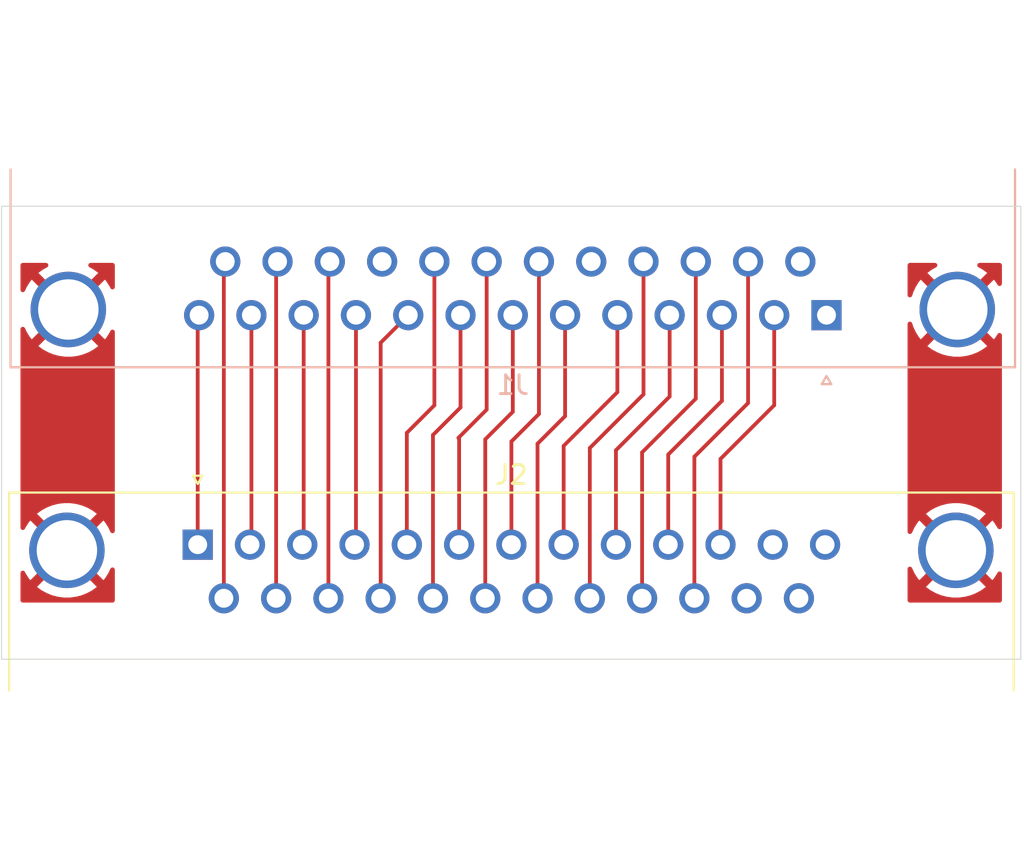
<source format=kicad_pcb>
(kicad_pcb (version 20240108) (generator "pcbnew") (generator_version "8.0")
  (title_block (title "SLAC to UW Madison Relay Wiring Converter") (date "6/27/24") (rev "1"))
  (layers (0 "F.Cu" signal) (31 "B.Cu" signal) (34 "B.Paste" user) (35 "F.Paste" user) (36 "B.SilkS" user "B.Silkscreen") (37 "F.SilkS" user "F.Silkscreen") (38 "B.Mask" user) (39 "F.Mask" user) (44 "Edge.Cuts" user))
  (net 0 "")
  (net 1 "Net-(J1-Pad13)")
  (net 3 "Net-(J1-P20)")
  (net 5 "Net-(J1-Pad2)")
  (net 6 "Net-(J1-P24)")
  (net 8 "Net-(J2-P18)")
  (net 9 "Net-(J2-P20)")
  (net 10 "Net-(J1-P15)")
  (net 11 "Net-(J1-P25)")
  (net 12 "Net-(J1-P19)")
  (net 13 "Net-(J1-Pad10)")
  (net 14 "/GND")
  (net 15 "Net-(J1-Pad11)")
  (net 16 "Net-(J1-P16)")
  (net 17 "Net-(J1-Pad4)")
  (net 18 "Net-(J1-Pad3)")
  (net 19 "Net-(J1-P21)")
  (net 20 "Net-(J2-P19)")
  (net 22 "Net-(J2-P17)")
  (net 23 "Net-(J1-Pad5)")
  (net 24 "Net-(J1-P17)")
  (net 25 "Net-(J1-P23)")
  (net 26 "Net-(J1-Pad12)")
  (footprint "Connector_Dsub:DSUB-25_Male_Horizontal_P2.77x2.84mm_EdgePinOffset4.94mm_Housed_MountingHolesOffset7.48mm" (layer "F.Cu") (at 90.39 126.93)
    (property "Reference" "J2" (at 16.62 -3.7 0) (layer "F.SilkS"))
    (property "Value" "DB25_Plug_MountingHoles")
    (fp_line (start -9.99 -2.76) (end 43.23 -2.76) (stroke (width 0.12)) (layer "F.SilkS"))
    (fp_line (start -9.99 7.72) (end -9.99 -2.76) (stroke (width 0.12)) (layer "F.SilkS"))
    (fp_line (start -0.25 -3.654338) (end 0.25 -3.654338) (stroke (width 0.12)) (layer "F.SilkS"))
    (fp_line (start 0 -3.221325) (end -0.25 -3.654338) (stroke (width 0.12)) (layer "F.SilkS"))
    (fp_line (start 0.25 -3.654338) (end 0 -3.221325) (stroke (width 0.12)) (layer "F.SilkS"))
    (fp_line (start 43.23 -2.76) (end 43.23 7.72) (stroke (width 0.12)) (layer "F.SilkS"))
    (pad "0" thru_hole circle (at -6.93 0.3) (size 4 4) (drill 3.2) (layers "*.Cu" "*.Mask") (net 14 "/GND"))
    (pad "0" thru_hole circle (at 40.17 0.3) (size 4 4) (drill 3.2) (layers "*.Cu" "*.Mask") (net 14 "/GND"))
    (pad "1" thru_hole rect (at 0 0) (size 1.6 1.6) (drill 1) (layers "*.Cu" "*.Mask") (net 1 "Net-(J1-Pad13)"))
    (pad "2" thru_hole circle (at 2.77 0) (size 1.6 1.6) (drill 1) (layers "*.Cu" "*.Mask") (net 26 "Net-(J1-Pad12)"))
    (pad "3" thru_hole circle (at 5.54 0) (size 1.6 1.6) (drill 1) (layers "*.Cu" "*.Mask") (net 15 "Net-(J1-Pad11)"))
    (pad "4" thru_hole circle (at 8.31 0) (size 1.6 1.6) (drill 1) (layers "*.Cu" "*.Mask") (net 13 "Net-(J1-Pad10)"))
    (pad "5" thru_hole circle (at 11.08 0) (size 1.6 1.6) (drill 1) (layers "*.Cu" "*.Mask") (net 19 "Net-(J1-P21)"))
    (pad "6" thru_hole circle (at 13.85 0) (size 1.6 1.6) (drill 1) (layers "*.Cu" "*.Mask") (net 3 "Net-(J1-P20)"))
    (pad "7" thru_hole circle (at 16.62 0) (size 1.6 1.6) (drill 1) (layers "*.Cu" "*.Mask") (net 12 "Net-(J1-P19)"))
    (pad "8" thru_hole circle (at 19.39 0) (size 1.6 1.6) (drill 1) (layers "*.Cu" "*.Mask") (net 23 "Net-(J1-Pad5)"))
    (pad "9" thru_hole circle (at 22.16 0) (size 1.6 1.6) (drill 1) (layers "*.Cu" "*.Mask") (net 17 "Net-(J1-Pad4)"))
    (pad "10" thru_hole circle (at 24.93 0) (size 1.6 1.6) (drill 1) (layers "*.Cu" "*.Mask") (net 18 "Net-(J1-Pad3)"))
    (pad "11" thru_hole circle (at 27.7 0) (size 1.6 1.6) (drill 1) (layers "*.Cu" "*.Mask") (net 5 "Net-(J1-Pad2)"))
    (pad "12" thru_hole circle (at 30.47 0) (size 1.6 1.6) (drill 1) (layers "*.Cu" "*.Mask"))
    (pad "13" thru_hole circle (at 33.24 0) (size 1.6 1.6) (drill 1) (layers "*.Cu" "*.Mask"))
    (pad "14" thru_hole circle (at 1.385 2.84) (size 1.6 1.6) (drill 1) (layers "*.Cu" "*.Mask") (net 11 "Net-(J1-P25)"))
    (pad "15" thru_hole circle (at 4.155 2.84) (size 1.6 1.6) (drill 1) (layers "*.Cu" "*.Mask") (net 6 "Net-(J1-P24)"))
    (pad "16" thru_hole circle (at 6.925 2.84) (size 1.6 1.6) (drill 1) (layers "*.Cu" "*.Mask") (net 25 "Net-(J1-P23)"))
    (pad "17" thru_hole circle (at 9.695 2.84) (size 1.6 1.6) (drill 1) (layers "*.Cu" "*.Mask") (net 22 "Net-(J2-P17)"))
    (pad "18" thru_hole circle (at 12.465 2.84) (size 1.6 1.6) (drill 1) (layers "*.Cu" "*.Mask") (net 8 "Net-(J2-P18)"))
    (pad "19" thru_hole circle (at 15.235 2.84) (size 1.6 1.6) (drill 1) (layers "*.Cu" "*.Mask") (net 20 "Net-(J2-P19)"))
    (pad "20" thru_hole circle (at 18.005 2.84) (size 1.6 1.6) (drill 1) (layers "*.Cu" "*.Mask") (net 9 "Net-(J2-P20)"))
    (pad "21" thru_hole circle (at 20.775 2.84) (size 1.6 1.6) (drill 1) (layers "*.Cu" "*.Mask") (net 24 "Net-(J1-P17)"))
    (pad "22" thru_hole circle (at 23.545 2.84) (size 1.6 1.6) (drill 1) (layers "*.Cu" "*.Mask") (net 16 "Net-(J1-P16)"))
    (pad "23" thru_hole circle (at 26.315 2.84) (size 1.6 1.6) (drill 1) (layers "*.Cu" "*.Mask") (net 10 "Net-(J1-P15)"))
    (pad "24" thru_hole circle (at 29.085 2.84) (size 1.6 1.6) (drill 1) (layers "*.Cu" "*.Mask"))
    (pad "25" thru_hole circle (at 31.855 2.84) (size 1.6 1.6) (drill 1) (layers "*.Cu" "*.Mask"))
  )
  (footprint "Connector_Dsub:DSUB-25_Female_Horizontal_P2.77x2.84mm_EdgePinOffset4.94mm_Housed_MountingHolesOffset7.48mm" (layer "B.Cu") (at 123.705 114.77)
    (property "Reference" "J1" (at -16.62 3.7 180) (layer "B.SilkS") (effects (justify mirror)))
    (property "Value" "DB25_Receptacle_MountingHoles")
    (fp_line (start -43.23 2.76) (end -43.23 -7.72) (stroke (width 0.12)) (layer "B.SilkS"))
    (fp_line (start -0.25 3.654338) (end 0 3.221325) (stroke (width 0.12)) (layer "B.SilkS"))
    (fp_line (start 0 3.221325) (end 0.25 3.654338) (stroke (width 0.12)) (layer "B.SilkS"))
    (fp_line (start 0.25 3.654338) (end -0.25 3.654338) (stroke (width 0.12)) (layer "B.SilkS"))
    (fp_line (start 9.99 -7.72) (end 9.99 2.76) (stroke (width 0.12)) (layer "B.SilkS"))
    (fp_line (start 9.99 2.76) (end -43.23 2.76) (stroke (width 0.12)) (layer "B.SilkS"))
    (pad "0" thru_hole circle (at -40.17 -0.3) (size 4 4) (drill 3.2) (layers "*.Cu" "*.Mask") (net 14 "/GND"))
    (pad "0" thru_hole circle (at 6.93 -0.3) (size 4 4) (drill 3.2) (layers "*.Cu" "*.Mask") (net 14 "/GND"))
    (pad "1" thru_hole rect (at 0 0) (size 1.6 1.6) (drill 1) (layers "*.Cu" "*.Mask"))
    (pad "2" thru_hole circle (at -2.77 0) (size 1.6 1.6) (drill 1) (layers "*.Cu" "*.Mask") (net 5 "Net-(J1-Pad2)"))
    (pad "3" thru_hole circle (at -5.54 0) (size 1.6 1.6) (drill 1) (layers "*.Cu" "*.Mask") (net 18 "Net-(J1-Pad3)"))
    (pad "4" thru_hole circle (at -8.31 0) (size 1.6 1.6) (drill 1) (layers "*.Cu" "*.Mask") (net 17 "Net-(J1-Pad4)"))
    (pad "5" thru_hole circle (at -11.08 0) (size 1.6 1.6) (drill 1) (layers "*.Cu" "*.Mask") (net 23 "Net-(J1-Pad5)"))
    (pad "6" thru_hole circle (at -13.85 0) (size 1.6 1.6) (drill 1) (layers "*.Cu" "*.Mask") (net 9 "Net-(J2-P20)"))
    (pad "7" thru_hole circle (at -16.62 0) (size 1.6 1.6) (drill 1) (layers "*.Cu" "*.Mask") (net 20 "Net-(J2-P19)"))
    (pad "8" thru_hole circle (at -19.39 0) (size 1.6 1.6) (drill 1) (layers "*.Cu" "*.Mask") (net 8 "Net-(J2-P18)"))
    (pad "9" thru_hole circle (at -22.16 0) (size 1.6 1.6) (drill 1) (layers "*.Cu" "*.Mask") (net 22 "Net-(J2-P17)"))
    (pad "10" thru_hole circle (at -24.93 0) (size 1.6 1.6) (drill 1) (layers "*.Cu" "*.Mask") (net 13 "Net-(J1-Pad10)"))
    (pad "11" thru_hole circle (at -27.7 0) (size 1.6 1.6) (drill 1) (layers "*.Cu" "*.Mask") (net 15 "Net-(J1-Pad11)"))
    (pad "12" thru_hole circle (at -30.47 0) (size 1.6 1.6) (drill 1) (layers "*.Cu" "*.Mask") (net 26 "Net-(J1-Pad12)"))
    (pad "13" thru_hole circle (at -33.24 0) (size 1.6 1.6) (drill 1) (layers "*.Cu" "*.Mask") (net 1 "Net-(J1-Pad13)"))
    (pad "14" thru_hole circle (at -1.385 -2.84) (size 1.6 1.6) (drill 1) (layers "*.Cu" "*.Mask"))
    (pad "15" thru_hole circle (at -4.155 -2.84) (size 1.6 1.6) (drill 1) (layers "*.Cu" "*.Mask") (net 10 "Net-(J1-P15)"))
    (pad "16" thru_hole circle (at -6.925 -2.84) (size 1.6 1.6) (drill 1) (layers "*.Cu" "*.Mask") (net 16 "Net-(J1-P16)"))
    (pad "17" thru_hole circle (at -9.695 -2.84) (size 1.6 1.6) (drill 1) (layers "*.Cu" "*.Mask") (net 24 "Net-(J1-P17)"))
    (pad "18" thru_hole circle (at -12.465 -2.84) (size 1.6 1.6) (drill 1) (layers "*.Cu" "*.Mask"))
    (pad "19" thru_hole circle (at -15.235 -2.84) (size 1.6 1.6) (drill 1) (layers "*.Cu" "*.Mask") (net 12 "Net-(J1-P19)"))
    (pad "20" thru_hole circle (at -18.005 -2.84) (size 1.6 1.6) (drill 1) (layers "*.Cu" "*.Mask") (net 3 "Net-(J1-P20)"))
    (pad "21" thru_hole circle (at -20.775 -2.84) (size 1.6 1.6) (drill 1) (layers "*.Cu" "*.Mask") (net 19 "Net-(J1-P21)"))
    (pad "22" thru_hole circle (at -23.545 -2.84) (size 1.6 1.6) (drill 1) (layers "*.Cu" "*.Mask"))
    (pad "23" thru_hole circle (at -26.315 -2.84) (size 1.6 1.6) (drill 1) (layers "*.Cu" "*.Mask") (net 25 "Net-(J1-P23)"))
    (pad "24" thru_hole circle (at -29.085 -2.84) (size 1.6 1.6) (drill 1) (layers "*.Cu" "*.Mask") (net 6 "Net-(J1-P24)"))
    (pad "25" thru_hole circle (at -31.855 -2.84) (size 1.6 1.6) (drill 1) (layers "*.Cu" "*.Mask") (net 11 "Net-(J1-P25)"))
  )
  (gr_rect (start 80 109) (end 134 133) (stroke (width 0.05)) (fill none) (layer "Edge.Cuts"))
  (segment (start 90.39 126.93) (end 90.39 114.845) (width 0.2) (layer "F.Cu") (net 1))
  (segment (start 90.39 114.845) (end 90.465 114.77) (width 0.2) (layer "F.Cu") (net 1))
  (segment (start 104.24 126.93) (end 104.24 121.305) (width 0.2) (layer "F.Cu") (net 3))
  (segment (start 105.7 119.775) (end 105.7 111.93) (width 0.2) (layer "F.Cu") (net 3))
  (segment (start 104.24 121.305) (end 104.205 121.27) (width 0.2) (layer "F.Cu") (net 3))
  (segment (start 104.205 121.27) (end 105.7 119.775) (width 0.2) (layer "F.Cu") (net 3))
  (segment (start 120.935 119.54) (end 120.935 114.77) (width 0.2) (layer "F.Cu") (net 5))
  (segment (start 118.09 126.93) (end 118.09 122.385) (width 0.2) (layer "F.Cu") (net 5))
  (segment (start 118.09 122.385) (end 120.935 119.54) (width 0.2) (layer "F.Cu") (net 5))
  (segment (start 94.545 129.77) (end 94.545 112.005) (width 0.2) (layer "F.Cu") (net 6))
  (segment (start 94.545 112.005) (end 94.62 111.93) (width 0.2) (layer "F.Cu") (net 6))
  (segment (start 102.855 129.77) (end 102.855 121.12) (width 0.2) (layer "F.Cu") (net 8))
  (segment (start 104.315 119.66) (end 104.315 114.77) (width 0.2) (layer "F.Cu") (net 8))
  (segment (start 102.855 121.12) (end 104.315 119.66) (width 0.2) (layer "F.Cu") (net 8))
  (segment (start 108.395 129.77) (end 108.395 121.58) (width 0.2) (layer "F.Cu") (net 9))
  (segment (start 109.855 120.12) (end 109.855 114.77) (width 0.2) (layer "F.Cu") (net 9))
  (segment (start 108.395 121.58) (end 109.855 120.12) (width 0.2) (layer "F.Cu") (net 9))
  (segment (start 119.55 119.425) (end 119.55 111.93) (width 0.2) (layer "F.Cu") (net 10))
  (segment (start 116.705 122.27) (end 119.55 119.425) (width 0.2) (layer "F.Cu") (net 10))
  (segment (start 116.705 129.77) (end 116.705 122.27) (width 0.2) (layer "F.Cu") (net 10))
  (segment (start 91.775 129.77) (end 91.775 112.005) (width 0.2) (layer "F.Cu") (net 11))
  (segment (start 91.775 112.005) (end 91.85 111.93) (width 0.2) (layer "F.Cu") (net 11))
  (segment (start 107.01 126.93) (end 107.01 121.465) (width 0.2) (layer "F.Cu") (net 12))
  (segment (start 107.01 121.465) (end 108.47 120.005) (width 0.2) (layer "F.Cu") (net 12))
  (segment (start 108.47 120.005) (end 108.47 111.93) (width 0.2) (layer "F.Cu") (net 12))
  (segment (start 98.775 114.77) (end 98.775 126.855) (width 0.2) (layer "F.Cu") (net 13))
  (segment (start 98.775 126.855) (end 98.7 126.93) (width 0.2) (layer "F.Cu") (net 13))
  (segment (start 96.005 114.77) (end 96.005 126.855) (width 0.2) (layer "F.Cu") (net 15))
  (segment (start 96.005 126.855) (end 95.93 126.93) (width 0.2) (layer "F.Cu") (net 15))
  (segment (start 113.935 129.77) (end 113.935 122.04) (width 0.2) (layer "F.Cu") (net 16))
  (segment (start 113.935 122.04) (end 116.78 119.195) (width 0.2) (layer "F.Cu") (net 16))
  (segment (start 116.78 119.195) (end 116.78 111.93) (width 0.2) (layer "F.Cu") (net 16))
  (segment (start 115.395 119.08) (end 115.395 114.77) (width 0.2) (layer "F.Cu") (net 17))
  (segment (start 112.55 126.93) (end 112.55 121.925) (width 0.2) (layer "F.Cu") (net 17))
  (segment (start 112.55 121.925) (end 115.395 119.08) (width 0.2) (layer "F.Cu") (net 17))
  (segment (start 115.32 126.93) (end 115.32 122.155) (width 0.2) (layer "F.Cu") (net 18))
  (segment (start 118.165 119.31) (end 118.165 114.77) (width 0.2) (layer "F.Cu") (net 18))
  (segment (start 115.32 122.155) (end 118.165 119.31) (width 0.2) (layer "F.Cu") (net 18))
  (segment (start 101.47 126.93) (end 101.47 121.005) (width 0.2) (layer "F.Cu") (net 19))
  (segment (start 102.93 119.545) (end 102.93 111.93) (width 0.2) (layer "F.Cu") (net 19))
  (segment (start 101.47 121.005) (end 102.93 119.545) (width 0.2) (layer "F.Cu") (net 19))
  (segment (start 105.625 129.77) (end 105.625 121.35) (width 0.2) (layer "F.Cu") (net 20))
  (segment (start 105.625 121.35) (end 107.085 119.89) (width 0.2) (layer "F.Cu") (net 20))
  (segment (start 107.085 119.89) (end 107.085 114.77) (width 0.2) (layer "F.Cu") (net 20))
  (segment (start 100.085 129.77) (end 100.085 116.23) (width 0.2) (layer "F.Cu") (net 22))
  (segment (start 100.085 116.23) (end 101.545 114.77) (width 0.2) (layer "F.Cu") (net 22))
  (segment (start 109.78 126.93) (end 109.78 121.695) (width 0.2) (layer "F.Cu") (net 23))
  (segment (start 109.78 121.695) (end 112.625 118.85) (width 0.2) (layer "F.Cu") (net 23))
  (segment (start 112.625 118.85) (end 112.625 114.77) (width 0.2) (layer "F.Cu") (net 23))
  (segment (start 114.01 118.965) (end 114.01 111.93) (width 0.2) (layer "F.Cu") (net 24))
  (segment (start 111.165 121.81) (end 114.01 118.965) (width 0.2) (layer "F.Cu") (net 24))
  (segment (start 111.165 129.77) (end 111.165 121.81) (width 0.2) (layer "F.Cu") (net 24))
  (segment (start 97.315 112.005) (end 97.39 111.93) (width 0.2) (layer "F.Cu") (net 25))
  (segment (start 97.315 129.77) (end 97.315 112.005) (width 0.2) (layer "F.Cu") (net 25))
  (segment (start 93.235 126.855) (end 93.16 126.93) (width 0.2) (layer "F.Cu") (net 26))
  (segment (start 93.235 114.77) (end 93.235 126.855) (width 0.2) (layer "F.Cu") (net 26))
  (zone (net 14) (net_name "/GND") (layer "F.Cu") (priority 1) (connect_pads (clearance 0.5)) (min_thickness 0.25) (fill yes (thermal_gap 0.5) (thermal_bridge_width 0.5))
    (polygon (pts (xy 128 112) (xy 133 112) (xy 133 130) (xy 128 130)))
  )
  (zone (net 14) (net_name "/GND") (layer "F.Cu") (connect_pads (clearance 0.5)) (min_thickness 0.25) (fill yes (thermal_gap 0.5) (thermal_bridge_width 0.5))
    (polygon (pts (xy 81 112) (xy 86 112) (xy 86 130) (xy 81 130)))
  )
)
</source>
